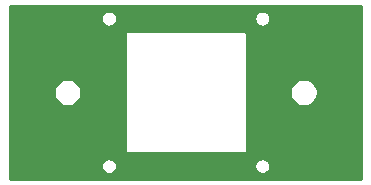
<source format=gbr>
%TF.GenerationSoftware,KiCad,Pcbnew,5.1.5-52549c5~84~ubuntu18.04.1*%
%TF.CreationDate,2020-07-24T20:05:37-03:00*%
%TF.ProjectId,SampleHolder_Cryo,53616d70-6c65-4486-9f6c-6465725f4372,rev?*%
%TF.SameCoordinates,Original*%
%TF.FileFunction,Copper,L2,Bot*%
%TF.FilePolarity,Positive*%
%FSLAX46Y46*%
G04 Gerber Fmt 4.6, Leading zero omitted, Abs format (unit mm)*
G04 Created by KiCad (PCBNEW 5.1.5-52549c5~84~ubuntu18.04.1) date 2020-07-24 20:05:37*
%MOMM*%
%LPD*%
G04 APERTURE LIST*
%ADD10C,0.400000*%
%ADD11C,0.254000*%
G04 APERTURE END LIST*
D10*
X143657977Y-88200000D03*
X142566421Y-88120820D03*
X141511122Y-87831539D03*
X140519742Y-87365443D03*
X139538390Y-86877411D03*
X138514428Y-86489606D03*
X137443289Y-86262523D03*
X136350022Y-86200000D03*
X144754000Y-88200000D03*
X135254000Y-86200000D03*
X136413586Y-87800000D03*
X137566491Y-87903508D03*
X138673079Y-88242907D03*
X139714824Y-88751839D03*
X140759601Y-89254261D03*
X143300680Y-89797190D03*
X135254000Y-87800000D03*
X141861965Y-89609929D03*
X141861963Y-89609929D03*
X144754000Y-89800000D03*
X136460578Y-97800000D03*
X137538480Y-97724209D03*
X138592647Y-97486922D03*
X139599155Y-97093840D03*
X140566948Y-96610953D03*
X141546951Y-96154836D03*
X142589979Y-95875217D03*
X143667421Y-95800000D03*
X135379000Y-97800000D03*
X144749000Y-95800000D03*
X143667421Y-94200000D03*
X142588332Y-94258418D03*
X141530067Y-94476690D03*
X140516745Y-94851844D03*
X139547537Y-95331804D03*
X138572325Y-95798737D03*
X137536056Y-96102462D03*
X136460578Y-96200000D03*
X144749000Y-94200000D03*
X135379000Y-96200000D03*
X163657977Y-96200000D03*
X162566421Y-96120820D03*
X161511122Y-95831539D03*
X160519742Y-95365443D03*
X159538390Y-94877411D03*
X158514428Y-94489606D03*
X157443289Y-94262523D03*
X156350022Y-94200000D03*
X164754000Y-96200000D03*
X155254000Y-94200000D03*
X156413586Y-95800000D03*
X157566491Y-95903508D03*
X158673079Y-96242907D03*
X159714824Y-96751839D03*
X160759601Y-97254261D03*
X163300680Y-97797190D03*
X155254000Y-95800000D03*
X161861965Y-97609929D03*
X161861963Y-97609929D03*
X164754000Y-97800000D03*
X156332578Y-89800000D03*
X157411667Y-89741582D03*
X158469932Y-89523309D03*
X159483254Y-89148155D03*
X160452462Y-88668195D03*
X161427673Y-88201262D03*
X162463943Y-87897537D03*
X163539421Y-87800000D03*
X155251000Y-89800000D03*
X164621000Y-87800000D03*
X163539421Y-86200000D03*
X162461519Y-86275790D03*
X161407352Y-86513076D03*
X160400844Y-86906159D03*
X159433051Y-87389046D03*
X158453048Y-87845163D03*
X157410020Y-88124782D03*
X156332578Y-88200000D03*
X164621000Y-86200000D03*
X155251000Y-88200000D03*
D11*
G36*
X164838001Y-99338000D02*
G01*
X135162000Y-99338000D01*
X135162000Y-98183152D01*
X142821284Y-98183152D01*
X142821284Y-98316848D01*
X142847367Y-98447974D01*
X142898530Y-98571493D01*
X142972807Y-98682656D01*
X143067344Y-98777193D01*
X143178507Y-98851470D01*
X143302026Y-98902633D01*
X143433152Y-98928716D01*
X143566848Y-98928716D01*
X143697974Y-98902633D01*
X143821493Y-98851470D01*
X143932656Y-98777193D01*
X144027193Y-98682656D01*
X144101470Y-98571493D01*
X144152633Y-98447974D01*
X144178716Y-98316848D01*
X144178716Y-98183152D01*
X155821284Y-98183152D01*
X155821284Y-98316848D01*
X155847367Y-98447974D01*
X155898530Y-98571493D01*
X155972807Y-98682656D01*
X156067344Y-98777193D01*
X156178507Y-98851470D01*
X156302026Y-98902633D01*
X156433152Y-98928716D01*
X156566848Y-98928716D01*
X156697974Y-98902633D01*
X156821493Y-98851470D01*
X156932656Y-98777193D01*
X157027193Y-98682656D01*
X157101470Y-98571493D01*
X157152633Y-98447974D01*
X157178716Y-98316848D01*
X157178716Y-98183152D01*
X157152633Y-98052026D01*
X157101470Y-97928507D01*
X157027193Y-97817344D01*
X156932656Y-97722807D01*
X156821493Y-97648530D01*
X156697974Y-97597367D01*
X156566848Y-97571284D01*
X156433152Y-97571284D01*
X156302026Y-97597367D01*
X156178507Y-97648530D01*
X156067344Y-97722807D01*
X155972807Y-97817344D01*
X155898530Y-97928507D01*
X155847367Y-98052026D01*
X155821284Y-98183152D01*
X144178716Y-98183152D01*
X144152633Y-98052026D01*
X144101470Y-97928507D01*
X144027193Y-97817344D01*
X143932656Y-97722807D01*
X143821493Y-97648530D01*
X143697974Y-97597367D01*
X143566848Y-97571284D01*
X143433152Y-97571284D01*
X143302026Y-97597367D01*
X143178507Y-97648530D01*
X143067344Y-97722807D01*
X142972807Y-97817344D01*
X142898530Y-97928507D01*
X142847367Y-98052026D01*
X142821284Y-98183152D01*
X135162000Y-98183152D01*
X135162000Y-91884144D01*
X138823692Y-91884144D01*
X138823692Y-92115856D01*
X138868897Y-92343116D01*
X138957569Y-92557191D01*
X139086302Y-92749853D01*
X139250147Y-92913698D01*
X139442809Y-93042431D01*
X139656884Y-93131103D01*
X139884144Y-93176308D01*
X140115856Y-93176308D01*
X140343116Y-93131103D01*
X140557191Y-93042431D01*
X140749853Y-92913698D01*
X140913698Y-92749853D01*
X141042431Y-92557191D01*
X141131103Y-92343116D01*
X141176308Y-92115856D01*
X141176308Y-91884144D01*
X141131103Y-91656884D01*
X141042431Y-91442809D01*
X140913698Y-91250147D01*
X140749853Y-91086302D01*
X140557191Y-90957569D01*
X140343116Y-90868897D01*
X140115856Y-90823692D01*
X139884144Y-90823692D01*
X139656884Y-90868897D01*
X139442809Y-90957569D01*
X139250147Y-91086302D01*
X139086302Y-91250147D01*
X138957569Y-91442809D01*
X138868897Y-91656884D01*
X138823692Y-91884144D01*
X135162000Y-91884144D01*
X135162000Y-87000000D01*
X144837217Y-87000000D01*
X144838001Y-87007960D01*
X144838000Y-96992051D01*
X144837217Y-97000000D01*
X144840345Y-97031757D01*
X144849608Y-97062294D01*
X144864651Y-97090437D01*
X144884895Y-97115105D01*
X144909563Y-97135349D01*
X144937706Y-97150392D01*
X144968243Y-97159655D01*
X145000000Y-97162783D01*
X145007949Y-97162000D01*
X154992051Y-97162000D01*
X155000000Y-97162783D01*
X155007949Y-97162000D01*
X155031757Y-97159655D01*
X155062294Y-97150392D01*
X155090437Y-97135349D01*
X155115105Y-97115105D01*
X155135349Y-97090437D01*
X155150392Y-97062294D01*
X155159655Y-97031757D01*
X155162783Y-97000000D01*
X155162000Y-96992051D01*
X155162000Y-91884144D01*
X158823692Y-91884144D01*
X158823692Y-92115856D01*
X158868897Y-92343116D01*
X158957569Y-92557191D01*
X159086302Y-92749853D01*
X159250147Y-92913698D01*
X159442809Y-93042431D01*
X159656884Y-93131103D01*
X159884144Y-93176308D01*
X160115856Y-93176308D01*
X160343116Y-93131103D01*
X160557191Y-93042431D01*
X160749853Y-92913698D01*
X160913698Y-92749853D01*
X161042431Y-92557191D01*
X161131103Y-92343116D01*
X161176308Y-92115856D01*
X161176308Y-91884144D01*
X161131103Y-91656884D01*
X161042431Y-91442809D01*
X160913698Y-91250147D01*
X160749853Y-91086302D01*
X160557191Y-90957569D01*
X160343116Y-90868897D01*
X160115856Y-90823692D01*
X159884144Y-90823692D01*
X159656884Y-90868897D01*
X159442809Y-90957569D01*
X159250147Y-91086302D01*
X159086302Y-91250147D01*
X158957569Y-91442809D01*
X158868897Y-91656884D01*
X158823692Y-91884144D01*
X155162000Y-91884144D01*
X155162000Y-87007949D01*
X155162783Y-87000000D01*
X155159655Y-86968243D01*
X155150392Y-86937706D01*
X155135349Y-86909563D01*
X155115105Y-86884895D01*
X155090437Y-86864651D01*
X155062294Y-86849608D01*
X155031757Y-86840345D01*
X155007949Y-86838000D01*
X155000000Y-86837217D01*
X154992051Y-86838000D01*
X145007949Y-86838000D01*
X145000000Y-86837217D01*
X144992051Y-86838000D01*
X144968243Y-86840345D01*
X144937706Y-86849608D01*
X144909563Y-86864651D01*
X144884895Y-86884895D01*
X144864651Y-86909563D01*
X144849608Y-86937706D01*
X144840345Y-86968243D01*
X144837217Y-87000000D01*
X135162000Y-87000000D01*
X135162000Y-85683152D01*
X142821284Y-85683152D01*
X142821284Y-85816848D01*
X142847367Y-85947974D01*
X142898530Y-86071493D01*
X142972807Y-86182656D01*
X143067344Y-86277193D01*
X143178507Y-86351470D01*
X143302026Y-86402633D01*
X143433152Y-86428716D01*
X143566848Y-86428716D01*
X143697974Y-86402633D01*
X143821493Y-86351470D01*
X143932656Y-86277193D01*
X144027193Y-86182656D01*
X144101470Y-86071493D01*
X144152633Y-85947974D01*
X144178716Y-85816848D01*
X144178716Y-85683152D01*
X155821284Y-85683152D01*
X155821284Y-85816848D01*
X155847367Y-85947974D01*
X155898530Y-86071493D01*
X155972807Y-86182656D01*
X156067344Y-86277193D01*
X156178507Y-86351470D01*
X156302026Y-86402633D01*
X156433152Y-86428716D01*
X156566848Y-86428716D01*
X156697974Y-86402633D01*
X156821493Y-86351470D01*
X156932656Y-86277193D01*
X157027193Y-86182656D01*
X157101470Y-86071493D01*
X157152633Y-85947974D01*
X157178716Y-85816848D01*
X157178716Y-85683152D01*
X157152633Y-85552026D01*
X157101470Y-85428507D01*
X157027193Y-85317344D01*
X156932656Y-85222807D01*
X156821493Y-85148530D01*
X156697974Y-85097367D01*
X156566848Y-85071284D01*
X156433152Y-85071284D01*
X156302026Y-85097367D01*
X156178507Y-85148530D01*
X156067344Y-85222807D01*
X155972807Y-85317344D01*
X155898530Y-85428507D01*
X155847367Y-85552026D01*
X155821284Y-85683152D01*
X144178716Y-85683152D01*
X144152633Y-85552026D01*
X144101470Y-85428507D01*
X144027193Y-85317344D01*
X143932656Y-85222807D01*
X143821493Y-85148530D01*
X143697974Y-85097367D01*
X143566848Y-85071284D01*
X143433152Y-85071284D01*
X143302026Y-85097367D01*
X143178507Y-85148530D01*
X143067344Y-85222807D01*
X142972807Y-85317344D01*
X142898530Y-85428507D01*
X142847367Y-85552026D01*
X142821284Y-85683152D01*
X135162000Y-85683152D01*
X135162000Y-84662000D01*
X164838000Y-84662000D01*
X164838001Y-99338000D01*
G37*
X164838001Y-99338000D02*
X135162000Y-99338000D01*
X135162000Y-98183152D01*
X142821284Y-98183152D01*
X142821284Y-98316848D01*
X142847367Y-98447974D01*
X142898530Y-98571493D01*
X142972807Y-98682656D01*
X143067344Y-98777193D01*
X143178507Y-98851470D01*
X143302026Y-98902633D01*
X143433152Y-98928716D01*
X143566848Y-98928716D01*
X143697974Y-98902633D01*
X143821493Y-98851470D01*
X143932656Y-98777193D01*
X144027193Y-98682656D01*
X144101470Y-98571493D01*
X144152633Y-98447974D01*
X144178716Y-98316848D01*
X144178716Y-98183152D01*
X155821284Y-98183152D01*
X155821284Y-98316848D01*
X155847367Y-98447974D01*
X155898530Y-98571493D01*
X155972807Y-98682656D01*
X156067344Y-98777193D01*
X156178507Y-98851470D01*
X156302026Y-98902633D01*
X156433152Y-98928716D01*
X156566848Y-98928716D01*
X156697974Y-98902633D01*
X156821493Y-98851470D01*
X156932656Y-98777193D01*
X157027193Y-98682656D01*
X157101470Y-98571493D01*
X157152633Y-98447974D01*
X157178716Y-98316848D01*
X157178716Y-98183152D01*
X157152633Y-98052026D01*
X157101470Y-97928507D01*
X157027193Y-97817344D01*
X156932656Y-97722807D01*
X156821493Y-97648530D01*
X156697974Y-97597367D01*
X156566848Y-97571284D01*
X156433152Y-97571284D01*
X156302026Y-97597367D01*
X156178507Y-97648530D01*
X156067344Y-97722807D01*
X155972807Y-97817344D01*
X155898530Y-97928507D01*
X155847367Y-98052026D01*
X155821284Y-98183152D01*
X144178716Y-98183152D01*
X144152633Y-98052026D01*
X144101470Y-97928507D01*
X144027193Y-97817344D01*
X143932656Y-97722807D01*
X143821493Y-97648530D01*
X143697974Y-97597367D01*
X143566848Y-97571284D01*
X143433152Y-97571284D01*
X143302026Y-97597367D01*
X143178507Y-97648530D01*
X143067344Y-97722807D01*
X142972807Y-97817344D01*
X142898530Y-97928507D01*
X142847367Y-98052026D01*
X142821284Y-98183152D01*
X135162000Y-98183152D01*
X135162000Y-91884144D01*
X138823692Y-91884144D01*
X138823692Y-92115856D01*
X138868897Y-92343116D01*
X138957569Y-92557191D01*
X139086302Y-92749853D01*
X139250147Y-92913698D01*
X139442809Y-93042431D01*
X139656884Y-93131103D01*
X139884144Y-93176308D01*
X140115856Y-93176308D01*
X140343116Y-93131103D01*
X140557191Y-93042431D01*
X140749853Y-92913698D01*
X140913698Y-92749853D01*
X141042431Y-92557191D01*
X141131103Y-92343116D01*
X141176308Y-92115856D01*
X141176308Y-91884144D01*
X141131103Y-91656884D01*
X141042431Y-91442809D01*
X140913698Y-91250147D01*
X140749853Y-91086302D01*
X140557191Y-90957569D01*
X140343116Y-90868897D01*
X140115856Y-90823692D01*
X139884144Y-90823692D01*
X139656884Y-90868897D01*
X139442809Y-90957569D01*
X139250147Y-91086302D01*
X139086302Y-91250147D01*
X138957569Y-91442809D01*
X138868897Y-91656884D01*
X138823692Y-91884144D01*
X135162000Y-91884144D01*
X135162000Y-87000000D01*
X144837217Y-87000000D01*
X144838001Y-87007960D01*
X144838000Y-96992051D01*
X144837217Y-97000000D01*
X144840345Y-97031757D01*
X144849608Y-97062294D01*
X144864651Y-97090437D01*
X144884895Y-97115105D01*
X144909563Y-97135349D01*
X144937706Y-97150392D01*
X144968243Y-97159655D01*
X145000000Y-97162783D01*
X145007949Y-97162000D01*
X154992051Y-97162000D01*
X155000000Y-97162783D01*
X155007949Y-97162000D01*
X155031757Y-97159655D01*
X155062294Y-97150392D01*
X155090437Y-97135349D01*
X155115105Y-97115105D01*
X155135349Y-97090437D01*
X155150392Y-97062294D01*
X155159655Y-97031757D01*
X155162783Y-97000000D01*
X155162000Y-96992051D01*
X155162000Y-91884144D01*
X158823692Y-91884144D01*
X158823692Y-92115856D01*
X158868897Y-92343116D01*
X158957569Y-92557191D01*
X159086302Y-92749853D01*
X159250147Y-92913698D01*
X159442809Y-93042431D01*
X159656884Y-93131103D01*
X159884144Y-93176308D01*
X160115856Y-93176308D01*
X160343116Y-93131103D01*
X160557191Y-93042431D01*
X160749853Y-92913698D01*
X160913698Y-92749853D01*
X161042431Y-92557191D01*
X161131103Y-92343116D01*
X161176308Y-92115856D01*
X161176308Y-91884144D01*
X161131103Y-91656884D01*
X161042431Y-91442809D01*
X160913698Y-91250147D01*
X160749853Y-91086302D01*
X160557191Y-90957569D01*
X160343116Y-90868897D01*
X160115856Y-90823692D01*
X159884144Y-90823692D01*
X159656884Y-90868897D01*
X159442809Y-90957569D01*
X159250147Y-91086302D01*
X159086302Y-91250147D01*
X158957569Y-91442809D01*
X158868897Y-91656884D01*
X158823692Y-91884144D01*
X155162000Y-91884144D01*
X155162000Y-87007949D01*
X155162783Y-87000000D01*
X155159655Y-86968243D01*
X155150392Y-86937706D01*
X155135349Y-86909563D01*
X155115105Y-86884895D01*
X155090437Y-86864651D01*
X155062294Y-86849608D01*
X155031757Y-86840345D01*
X155007949Y-86838000D01*
X155000000Y-86837217D01*
X154992051Y-86838000D01*
X145007949Y-86838000D01*
X145000000Y-86837217D01*
X144992051Y-86838000D01*
X144968243Y-86840345D01*
X144937706Y-86849608D01*
X144909563Y-86864651D01*
X144884895Y-86884895D01*
X144864651Y-86909563D01*
X144849608Y-86937706D01*
X144840345Y-86968243D01*
X144837217Y-87000000D01*
X135162000Y-87000000D01*
X135162000Y-85683152D01*
X142821284Y-85683152D01*
X142821284Y-85816848D01*
X142847367Y-85947974D01*
X142898530Y-86071493D01*
X142972807Y-86182656D01*
X143067344Y-86277193D01*
X143178507Y-86351470D01*
X143302026Y-86402633D01*
X143433152Y-86428716D01*
X143566848Y-86428716D01*
X143697974Y-86402633D01*
X143821493Y-86351470D01*
X143932656Y-86277193D01*
X144027193Y-86182656D01*
X144101470Y-86071493D01*
X144152633Y-85947974D01*
X144178716Y-85816848D01*
X144178716Y-85683152D01*
X155821284Y-85683152D01*
X155821284Y-85816848D01*
X155847367Y-85947974D01*
X155898530Y-86071493D01*
X155972807Y-86182656D01*
X156067344Y-86277193D01*
X156178507Y-86351470D01*
X156302026Y-86402633D01*
X156433152Y-86428716D01*
X156566848Y-86428716D01*
X156697974Y-86402633D01*
X156821493Y-86351470D01*
X156932656Y-86277193D01*
X157027193Y-86182656D01*
X157101470Y-86071493D01*
X157152633Y-85947974D01*
X157178716Y-85816848D01*
X157178716Y-85683152D01*
X157152633Y-85552026D01*
X157101470Y-85428507D01*
X157027193Y-85317344D01*
X156932656Y-85222807D01*
X156821493Y-85148530D01*
X156697974Y-85097367D01*
X156566848Y-85071284D01*
X156433152Y-85071284D01*
X156302026Y-85097367D01*
X156178507Y-85148530D01*
X156067344Y-85222807D01*
X155972807Y-85317344D01*
X155898530Y-85428507D01*
X155847367Y-85552026D01*
X155821284Y-85683152D01*
X144178716Y-85683152D01*
X144152633Y-85552026D01*
X144101470Y-85428507D01*
X144027193Y-85317344D01*
X143932656Y-85222807D01*
X143821493Y-85148530D01*
X143697974Y-85097367D01*
X143566848Y-85071284D01*
X143433152Y-85071284D01*
X143302026Y-85097367D01*
X143178507Y-85148530D01*
X143067344Y-85222807D01*
X142972807Y-85317344D01*
X142898530Y-85428507D01*
X142847367Y-85552026D01*
X142821284Y-85683152D01*
X135162000Y-85683152D01*
X135162000Y-84662000D01*
X164838000Y-84662000D01*
X164838001Y-99338000D01*
M02*

</source>
